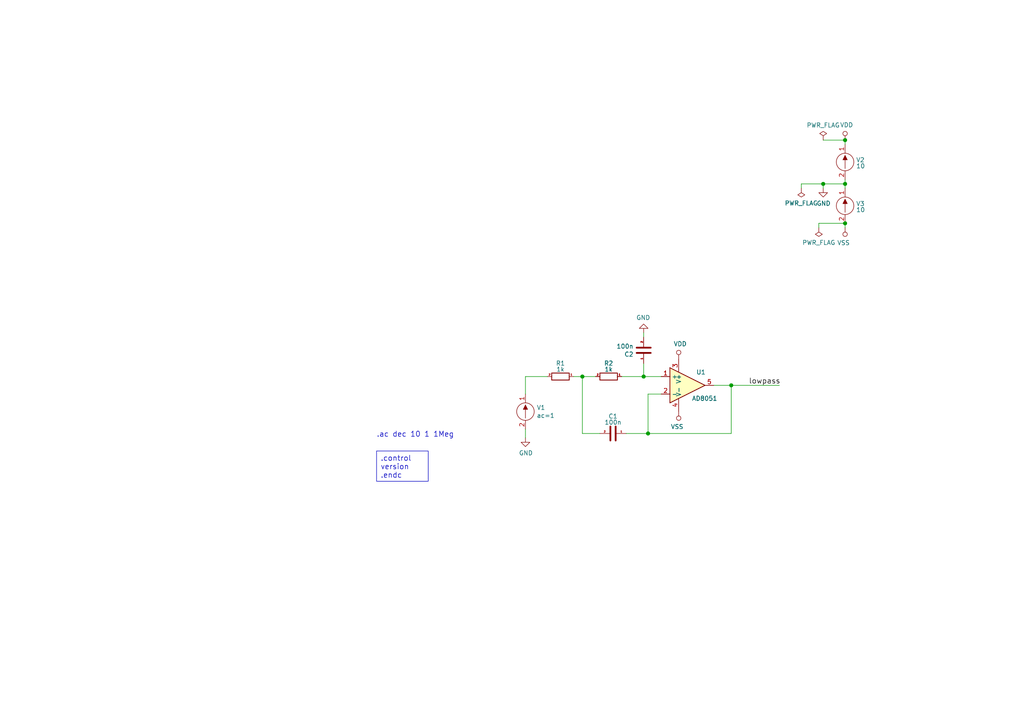
<source format=kicad_sch>
(kicad_sch (version 20221206) (generator eeschema)
  (paper "A4")
  (lib_symbols
    (symbol "C_1" (pin_names (offset 0) hide)
      (property "Reference" "C" (at 0.635 2.54 0))
      (property "Value" "C_1" (at 0.635 -2.54 0))
      (symbol "C_1_0_1"
        (polyline (pts (xy -2.032 -0.762) (xy 2.032 -0.762)) (stroke (width 0.508)))
        (polyline (pts (xy -2.032 0.762) (xy 2.032 0.762)) (stroke (width 0.508)))
      )
      (symbol "C_1_1_1"
        (pin passive line (at 0 3.81 270) (length 2.794) (name "1") (number "1"))
        (pin passive line (at 0 -3.81 90) (length 2.794) (name "2") (number "2"))
      )
    )
    (symbol "R_1" (pin_names (offset 0) hide)
      (property "Reference" "R" (at 2.032 0 90))
      (property "Value" "R_1" (at 0 0 90))
      (symbol "R_1_0_1"
        (rectangle (start -1.016 -2.54) (end 1.016 2.54) (stroke (width 0.254)))
      )
      (symbol "R_1_1_1"
        (pin passive line (at 0 3.81 270) (length 1.27) (name "1") (number "1"))
        (pin passive line (at 0 -3.81 90) (length 1.27) (name "2") (number "2"))
      )
    )
    (symbol "power:PWR_FLAG" (power) (pin_numbers hide) (pin_names (offset 0) hide)
      (property "Value" "PWR_FLAG" (at 0 3.81 0))
      (symbol "PWR_FLAG_0_0"
        (pin power_out line (at 0 0 90) (length 0) (name "pwr") (number "1"))
      )
      (symbol "PWR_FLAG_0_1"
        (polyline (pts (xy 0 0) (xy 0 1.27) (xy -1.016 1.905) (xy 0 2.54) (xy 1.016 1.905) (xy 0 1.27)))
      )
    )
    (symbol "sallen_key_schlib:C" (pin_names (offset 0) hide)
      (property "Reference" "C" (at 0.635 2.54 0))
      (property "Value" "C" (at 0.635 -2.54 0))
      (symbol "C_0_1"
        (polyline (pts (xy -2.032 -0.762) (xy 2.032 -0.762)) (stroke (width 0.508)))
        (polyline (pts (xy -2.032 0.762) (xy 2.032 0.762)) (stroke (width 0.508)))
      )
      (symbol "C_1_1"
        (pin passive line (at 0 3.81 270) (length 2.794) (name "1") (number "1"))
        (pin passive line (at 0 -3.81 90) (length 2.794) (name "2") (number "2"))
      )
    )
    (symbol "sallen_key_schlib:GND" (power) (pin_names (offset 0))
      (property "Value" "GND" (at 0 -3.81 0))
      (symbol "GND_0_1"
        (polyline (pts (xy 0 0) (xy 0 -1.27) (xy 1.27 -1.27) (xy 0 -2.54) (xy -1.27 -1.27) (xy 0 -1.27)))
      )
      (symbol "GND_1_1"
        (pin power_in line (at 0 0 270) (length 0) hide (name "GND") (number "1"))
      )
    )
    (symbol "sallen_key_schlib:Generic_Opamp"
      (property "Reference" "U" (at 0 6.35 0))
      (property "Value" "Generic_Opamp" (at 0 3.81 0))
      (symbol "Generic_Opamp_0_1"
        (polyline (pts (xy -5.08 5.08) (xy 5.08 0) (xy -5.08 -5.08) (xy -5.08 5.08)) (stroke (width 0.254)) (fill (type background)))
      )
      (symbol "Generic_Opamp_1_1"
        (pin input line (at -7.62 2.54 0) (length 2.54) (name "+") (number "1"))
        (pin input line (at -7.62 -2.54 0) (length 2.54) (name "-") (number "2"))
        (pin power_in line (at -2.54 7.62 270) (length 3.81) (name "V+") (number "3"))
        (pin power_in line (at -2.54 -7.62 90) (length 3.81) (name "V-") (number "4"))
        (pin output line (at 7.62 0 180) (length 2.54) (name "~") (number "5"))
      )
    )
    (symbol "sallen_key_schlib:R" (pin_names (offset 0) hide)
      (property "Reference" "R" (at 2.032 0 90))
      (property "Value" "R" (at 0 0 90))
      (symbol "R_0_1"
        (rectangle (start -1.016 -2.54) (end 1.016 2.54) (stroke (width 0.254)))
      )
      (symbol "R_1_1"
        (pin passive line (at 0 3.81 270) (length 1.27) (name "1") (number "1"))
        (pin passive line (at 0 -3.81 90) (length 1.27) (name "2") (number "2"))
      )
    )
    (symbol "sallen_key_schlib:VDD" (power) (pin_names (offset 0))
      (property "Value" "VDD" (at 0 3.81 0))
      (symbol "VDD_0_1"
        (polyline (pts (xy 0 0) (xy 0 1.27)))
        (circle (center 0 1.905) (radius 0.635))
      )
      (symbol "VDD_1_1"
        (pin power_in line (at 0 0 90) (length 0) hide (name "VDD") (number "1"))
      )
    )
    (symbol "sallen_key_schlib:VSOURCE" (pin_names (offset 1.016))
      (property "Reference" "V" (at 5.08 5.08 0))
      (symbol "VSOURCE_0_1"
        (polyline (pts (xy 0 -1.905) (xy 0 1.905)))
        (polyline (pts (xy 0 1.905) (xy -0.635 0.635) (xy 0.635 0.635) (xy 0 1.905)) (fill (type outline)))
        (circle (center 0 0) (radius 2.54))
      )
      (symbol "VSOURCE_1_1"
        (pin input line (at 0 5.08 270) (length 2.54) (name "~") (number "1"))
        (pin input line (at 0 -5.08 90) (length 2.54) (name "~") (number "2"))
      )
    )
    (symbol "sallen_key_schlib:VSS" (power) (pin_names (offset 0))
      (property "Value" "VSS" (at 0 3.81 0))
      (symbol "VSS_0_1"
        (polyline (pts (xy 0 0) (xy 0 1.27)))
        (circle (center 0 1.905) (radius 0.635))
      )
      (symbol "VSS_1_1"
        (pin power_in line (at 0 0 90) (length 0) hide (name "VSS") (number "1"))
      )
    )
  )
  (junction (at 238.76 53.34) (diameter 1.016))
  (junction (at 245.11 40.64) (diameter 1.016))
  (junction (at 245.11 64.77) (diameter 1.016))
  (junction (at 168.91 109.22) (diameter 1.016))
  (junction (at 212.09 111.76) (diameter 1.016))
  (junction (at 245.11 53.34) (diameter 1.016))
  (junction (at 187.96 125.73) (diameter 1.016))
  (junction (at 186.69 109.22) (diameter 1.016))
  (wire (pts (xy 212.09 125.73) (xy 187.96 125.73)))
  (wire (pts (xy 168.91 109.22) (xy 172.72 109.22)))
  (wire (pts (xy 187.96 114.3) (xy 191.77 114.3)))
  (wire (pts (xy 238.76 53.34) (xy 245.11 53.34)))
  (wire (pts (xy 237.49 64.77) (xy 237.49 66.04)))
  (wire (pts (xy 186.69 109.22) (xy 191.77 109.22)))
  (wire (pts (xy 187.96 125.73) (xy 181.61 125.73)))
  (wire (pts (xy 180.34 109.22) (xy 186.69 109.22)))
  (wire (pts (xy 152.4 124.46) (xy 152.4 127)))
  (wire (pts (xy 245.11 64.77) (xy 237.49 64.77)))
  (wire (pts (xy 168.91 125.73) (xy 168.91 109.22)))
  (wire (pts (xy 212.09 125.73) (xy 212.09 111.76)))
  (wire (pts (xy 187.96 125.73) (xy 187.96 114.3)))
  (wire (pts (xy 212.09 111.76) (xy 226.06 111.76)))
  (wire (pts (xy 173.99 125.73) (xy 168.91 125.73)))
  (wire (pts (xy 166.37 109.22) (xy 168.91 109.22)))
  (wire (pts (xy 245.11 52.07) (xy 245.11 53.34)))
  (wire (pts (xy 238.76 53.34) (xy 238.76 54.61)))
  (wire (pts (xy 238.76 40.64) (xy 245.11 40.64)))
  (wire (pts (xy 186.69 105.41) (xy 186.69 109.22)))
  (wire (pts (xy 245.11 53.34) (xy 245.11 54.61)))
  (wire (pts (xy 232.41 53.34) (xy 232.41 54.61)))
  (wire (pts (xy 245.11 66.04) (xy 245.11 64.77)))
  (wire (pts (xy 232.41 53.34) (xy 238.76 53.34)))
  (wire (pts (xy 245.11 40.64) (xy 245.11 41.91)))
  (wire (pts (xy 186.69 96.52) (xy 186.69 97.79)))
  (wire (pts (xy 207.01 111.76) (xy 212.09 111.76)))
  (wire (pts (xy 158.75 109.22) (xy 152.4 109.22)))
  (wire (pts (xy 152.4 109.22) (xy 152.4 114.3)))
  (text_box ".control\nversion\n.endc" (at 109.22 130.81 0) (size 14.986 8.7796) (effects (font (size 1.524 1.524)) (justify left top)))
  (text ".ac dec 10 1 1Meg\n" (at 109.22 127 0) (effects (font (size 1.524 1.524)) (justify left bottom)))
  (label "lowpass" (at 217.17 111.76 0) (effects (font (size 1.524 1.524))))
  (symbol (lib_id "sallen_key_schlib:VSOURCE") (at 152.4 119.38 0) (unit 1)
    (property "Reference" "V1" (at 155.6512 118.2116 0) (effects (justify left)))
    (property "Value" "${SIM.PARAMS}" (at 155.6512 120.523 0) (effects (justify left)))
    (property "Fieldname" "Value" (effects hide))
    (property "Sim.Device" "V" (effects hide))
    (property "Sim.Params" "ac=1" (effects hide))
    (property "Sim.Pins" "1=+ 2=-" (effects hide))
    (property "Sim.Type" "DC" (effects hide))
  )
  (symbol (lib_id "sallen_key_schlib:Generic_Opamp") (at 199.39 111.76 0) (unit 1)
    (property "Reference" "U1" (at 201.93 107.95 0) (effects (justify left)))
    (property "Value" "AD8051" (at 200.66 115.57 0) (effects (justify left)))
    (property "Sim.Library" "ad8051.lib" (effects hide))
    (property "Sim.Name" "AD8051" (effects hide))
    (property "Sim.Pins" "1=1 2=2 3=99 4=50 5=45" (effects hide))
  )
  (symbol (lib_id "sallen_key_schlib:VSOURCE") (at 245.11 46.99 0) (unit 1)
    (property "Reference" "V2" (at 248.285 46.3955 0) (effects (justify left)))
    (property "Value" "10" (at 248.285 48.1577 0) (effects (justify left)))
    (property "Sim.Device" "V" (effects hide))
    (property "Sim.Type" "DC" (effects hide))
    (property "Sim.Pins" "1=+ 2=-" (effects hide))
  )
  (symbol (lib_id "sallen_key_schlib:VSOURCE") (at 245.11 59.69 0) (unit 1)
    (property "Reference" "V3" (at 248.285 59.0955 0) (effects (justify left)))
    (property "Value" "10" (at 248.285 60.8577 0) (effects (justify left)))
    (property "Sim.Device" "V" (effects hide))
    (property "Sim.Type" "DC" (effects hide))
    (property "Sim.Pins" "1=+ 2=-" (effects hide))
  )
  (symbol (lib_id "sallen_key_schlib:GND") (at 238.76 54.61 0) (unit 1)
    (property "Reference" "#PWR05" (effects hide))
    (property "Value" "GND" (at 238.887 59.0042 0))
  )
  (symbol (lib_id "sallen_key_schlib:VDD") (at 245.11 40.64 0) (unit 1)
    (property "Reference" "#PWR06" (effects hide))
    (property "Value" "VDD" (at 245.5418 36.2458 0))
  )
  (symbol (lib_id "sallen_key_schlib:VSS") (at 245.11 66.04 180) (unit 1)
    (property "Reference" "#PWR07" (effects hide))
    (property "Value" "VSS" (at 244.6528 70.4342 0))
  )
  (symbol (lib_id "sallen_key_schlib:VDD") (at 196.85 104.14 0) (unit 1)
    (property "Reference" "#PWR03" (effects hide))
    (property "Value" "VDD" (at 197.2818 99.7458 0))
  )
  (symbol (lib_id "sallen_key_schlib:VSS") (at 196.85 119.38 180) (unit 1)
    (property "Reference" "#PWR04" (effects hide))
    (property "Value" "VSS" (at 196.3928 123.7742 0))
  )
  (symbol (lib_id "sallen_key_schlib:R") (at 176.53 109.22 270) (unit 1)
    (property "Reference" "R2" (at 176.53 105.3719 90))
    (property "Value" "1k" (at 176.53 107.1341 90))
    (property "Fieldname" "Value" (effects hide))
    (property "Sim.Pins" "1=1 2=2" (effects hide))
  )
  (symbol (lib_name "R_1") (lib_id "sallen_key_schlib:R") (at 162.56 109.22 270) (unit 1)
    (property "Reference" "R1" (at 162.56 105.3719 90))
    (property "Value" "1k" (at 162.56 107.1341 90))
    (property "Fieldname" "Value" (effects hide))
    (property "Sim.Pins" "1=1 2=2" (effects hide))
  )
  (symbol (lib_name "C_1") (lib_id "sallen_key_schlib:C") (at 177.8 125.73 270) (unit 1)
    (property "Reference" "C1" (at 177.8 120.7389 90))
    (property "Value" "100n" (at 177.8 122.5011 90))
  )
  (symbol (lib_id "sallen_key_schlib:C") (at 186.69 101.6 180) (unit 1)
    (property "Reference" "C2" (at 183.769 102.7684 0) (effects (justify left)))
    (property "Value" "100n" (at 183.769 100.457 0) (effects (justify left)))
    (property "Fieldname" "Value" (effects hide))
    (property "Sim.Pins" "1=1 2=2" (effects hide))
  )
  (symbol (lib_id "sallen_key_schlib:GND") (at 186.69 96.52 180) (unit 1)
    (property "Reference" "#PWR02" (effects hide))
    (property "Value" "GND" (at 186.563 92.1258 0))
  )
  (symbol (lib_id "sallen_key_schlib:GND") (at 152.4 127 0) (unit 1)
    (property "Reference" "#PWR0101" (effects hide))
    (property "Value" "GND" (at 152.527 131.3942 0))
  )
  (symbol (lib_id "power:PWR_FLAG") (at 237.49 66.04 180) (unit 1)
    (property "Reference" "#FLG0101" (effects hide))
    (property "Value" "PWR_FLAG" (at 237.49 70.3644 0))
  )
  (symbol (lib_id "power:PWR_FLAG") (at 238.76 40.64 0) (unit 1)
    (property "Reference" "#FLG0103" (effects hide))
    (property "Value" "PWR_FLAG" (at 238.76 36.3156 0))
  )
  (symbol (lib_id "power:PWR_FLAG") (at 232.41 54.61 180) (unit 1)
    (property "Reference" "#FLG0102" (effects hide))
    (property "Value" "PWR_FLAG" (at 232.41 58.9344 0))
  )
)
</source>
